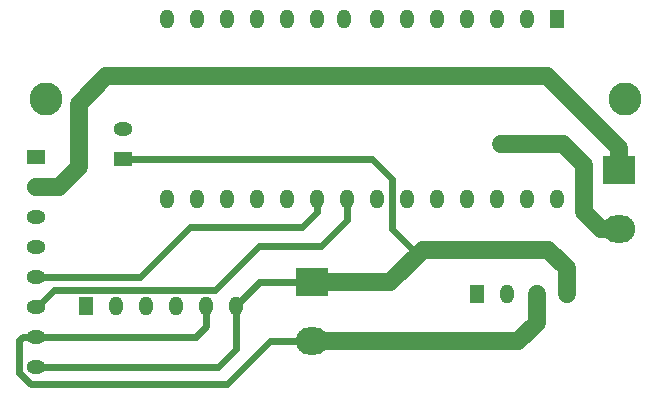
<source format=gbl>
G04*
G04 #@! TF.GenerationSoftware,Altium Limited,Altium Designer,20.0.13 (296)*
G04*
G04 Layer_Physical_Order=2*
G04 Layer_Color=16711680*
%FSLAX25Y25*%
%MOIN*%
G70*
G01*
G75*
%ADD27C,0.02362*%
%ADD28C,0.05906*%
%ADD29O,0.10827X0.09252*%
%ADD30R,0.10827X0.09252*%
%ADD31O,0.06299X0.04724*%
%ADD32R,0.06299X0.04724*%
%ADD33O,0.04724X0.06299*%
%ADD34R,0.04724X0.06299*%
%ADD35R,0.05906X0.04331*%
%ADD36O,0.05906X0.04331*%
%ADD37C,0.11024*%
D27*
X70084Y29139D02*
X84646Y43701D01*
X16398Y29139D02*
X70084D01*
X105185Y43701D02*
X113917Y52433D01*
X84646Y43701D02*
X105185D01*
X136024Y42339D02*
X139324D01*
X84803Y31496D02*
X102362D01*
X76929Y23622D02*
X84803Y31496D01*
X103917Y55039D02*
Y59291D01*
X98917Y50039D02*
X103917Y55039D01*
X61524Y50039D02*
X98917D01*
X44949Y33465D02*
X61524Y50039D01*
X10236Y33465D02*
X44949D01*
X6024Y13465D02*
X10236D01*
X4724Y12165D02*
X6024Y13465D01*
X4724Y1439D02*
Y12165D01*
Y1439D02*
X8524Y-2361D01*
X74024D01*
X88195Y11811D01*
X102362D01*
X129124Y49239D02*
X136024Y42339D01*
X129124Y49239D02*
Y66039D01*
X122486Y72677D02*
X129124Y66039D01*
X39370Y72677D02*
X122486D01*
X113917Y52433D02*
Y59291D01*
X10724Y23465D02*
X16398Y29139D01*
X10236Y23465D02*
X10724D01*
X10236Y3465D02*
X71024D01*
X76929Y9370D01*
Y23622D01*
X10236Y13465D02*
X63524D01*
X66929Y16870D01*
Y23622D01*
D28*
X187205Y27559D02*
Y36158D01*
X33778Y100394D02*
X165354D01*
X24524Y91139D02*
X33778Y100394D01*
X24524Y70039D02*
Y91139D01*
X17949Y63465D02*
X24524Y70039D01*
X10236Y63465D02*
X17949D01*
X165354Y77559D02*
X186024D01*
X192924Y70659D01*
Y55039D02*
Y70659D01*
Y55039D02*
X198750Y49213D01*
X204724D01*
X165354Y100394D02*
X180770D01*
X204724Y76439D01*
Y68898D02*
Y76439D01*
X177205Y17992D02*
Y27559D01*
X171024Y11811D02*
X177205Y17992D01*
X102362Y11811D02*
X171024D01*
X181024Y42339D02*
X187205Y36158D01*
X139324Y42339D02*
X181024D01*
X128480Y31496D02*
X139324Y42339D01*
X102362Y31496D02*
X128480D01*
D29*
X102362Y11811D02*
D03*
X204724Y49213D02*
D03*
D30*
X102362Y31496D02*
D03*
X204724Y68898D02*
D03*
D31*
X10236Y3465D02*
D03*
Y13465D02*
D03*
Y23465D02*
D03*
Y33465D02*
D03*
Y43465D02*
D03*
Y53465D02*
D03*
Y63465D02*
D03*
X39370Y82677D02*
D03*
D32*
X10236Y73465D02*
D03*
X39370Y72677D02*
D03*
D33*
X53917Y59291D02*
D03*
X63917D02*
D03*
X73917D02*
D03*
X83917D02*
D03*
X93917D02*
D03*
X103917D02*
D03*
X113917D02*
D03*
X123917D02*
D03*
X133917D02*
D03*
X143917D02*
D03*
X153917D02*
D03*
X163917D02*
D03*
X173917D02*
D03*
X183917D02*
D03*
X53917Y119291D02*
D03*
X63917D02*
D03*
X73917D02*
D03*
X83917D02*
D03*
X93917D02*
D03*
X103917D02*
D03*
X113051D02*
D03*
X123917D02*
D03*
X133917D02*
D03*
X143917D02*
D03*
X153917D02*
D03*
X163917D02*
D03*
X173917D02*
D03*
X187205Y27559D02*
D03*
X177205D02*
D03*
X167205D02*
D03*
X36929Y23622D02*
D03*
X46929D02*
D03*
X56929D02*
D03*
X66929D02*
D03*
X76929D02*
D03*
D34*
X183917Y119291D02*
D03*
X157205Y27559D02*
D03*
X26929Y23622D02*
D03*
D35*
X165354Y100394D02*
D03*
D36*
Y77559D02*
D03*
D37*
X13780Y92520D02*
D03*
X206693D02*
D03*
M02*

</source>
